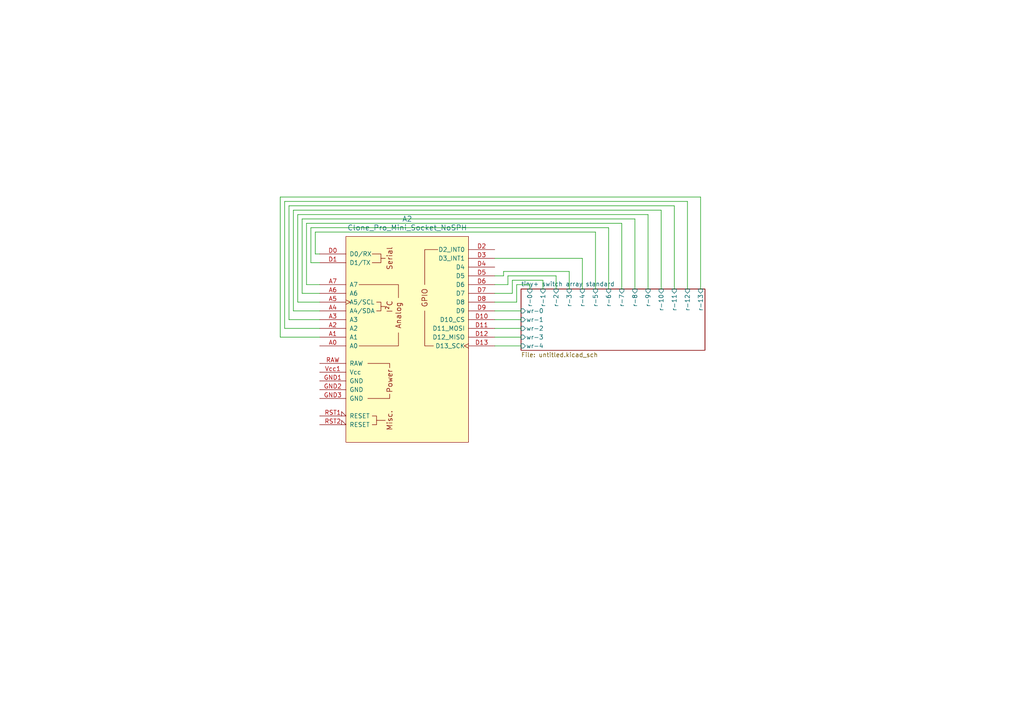
<source format=kicad_sch>
(kicad_sch (version 20250114) (generator "eeschema") (generator_version "9.0")
  (paper "A4")
  (lib_symbols
    (symbol "PCM_arduino-library:Clone_Pro_Mini_Socket_NoSPH" (pin_names (offset 1.016))
      (property "Reference" "A" (at 0 36.83 0))
      (property "Value" "Clone_Pro_Mini_Socket_NoSPH" (at 0 33.02 0))
      (symbol "Clone_Pro_Mini_Socket_NoSPH_0_0"
        (rectangle (start -17.78 30.48) (end 17.78 -29.21) (fill (type background)))
        (polyline (pts (xy -11.43 -16.51) (xy -5.08 -16.51) (xy -5.08 -15.24)))
        (polyline (pts (xy -10.16 25.4) (xy -7.62 25.4) (xy -7.62 22.86) (xy -10.16 22.86)))
        (polyline (pts (xy -8.89 11.43) (xy -7.62 11.43) (xy -7.62 8.89) (xy -8.89 8.89)))
        (polyline (pts (xy -7.62 24.13) (xy -6.35 24.13)))
        (polyline (pts (xy -7.62 10.16) (xy -6.35 10.16)))
        (polyline (pts (xy -6.35 -22.86) (xy -8.89 -22.86)))
        (polyline (pts (xy -5.08 -7.62) (xy -5.08 -6.35) (xy -11.43 -6.35)))
        (polyline (pts (xy -2.54 12.7) (xy -2.54 16.51) (xy -13.97 16.51)))
        (polyline (pts (xy -2.54 2.54) (xy -2.54 -1.27) (xy -13.97 -1.27)))
        (text "Serial" (at -5.08 24.13 900) (effects (font (size 1.524 1.524))))
        (text "I²C" (at -5.08 10.16 900) (effects (font (size 1.524 1.524))))
        (text "Power" (at -5.08 -11.43 900) (effects (font (size 1.524 1.524))))
        (text "Misc." (at -5.08 -22.86 900) (effects (font (size 1.524 1.524))))
        (text "Analog" (at -2.54 7.62 900) (effects (font (size 1.524 1.524))))
      )
      (symbol "Clone_Pro_Mini_Socket_NoSPH_0_1"
        (polyline (pts (xy -10.16 -24.13) (xy -8.89 -24.13) (xy -8.89 -21.59) (xy -10.16 -21.59)))
        (polyline (pts (xy 7.62 -1.27) (xy 5.08 -1.27) (xy 5.08 8.89)))
        (polyline (pts (xy 8.89 26.67) (xy 5.08 26.67) (xy 5.08 16.51)))
      )
      (symbol "Clone_Pro_Mini_Socket_NoSPH_1_0"
        (text "GPIO" (at 5.08 12.7 900) (effects (font (size 1.524 1.524))))
      )
      (symbol "Clone_Pro_Mini_Socket_NoSPH_1_1"
        (pin bidirectional line (at -25.4 25.4 0) (length 7.62) (name "D0/RX") (number "D0"))
        (pin bidirectional line (at -25.4 22.86 0) (length 7.62) (name "D1/TX") (number "D1"))
        (pin input line (at -25.4 16.51 0) (length 7.62) (name "A7") (number "A7"))
        (pin input line (at -25.4 13.97 0) (length 7.62) (name "A6") (number "A6"))
        (pin bidirectional clock (at -25.4 11.43 0) (length 7.62) (name "A5/SCL") (number "A5"))
        (pin bidirectional line (at -25.4 8.89 0) (length 7.62) (name "A4/SDA") (number "A4"))
        (pin bidirectional line (at -25.4 6.35 0) (length 7.62) (name "A3") (number "A3"))
        (pin bidirectional line (at -25.4 3.81 0) (length 7.62) (name "A2") (number "A2"))
        (pin bidirectional line (at -25.4 1.27 0) (length 7.62) (name "A1") (number "A1"))
        (pin bidirectional line (at -25.4 -1.27 0) (length 7.62) (name "A0") (number "A0"))
        (pin power_in line (at -25.4 -6.35 0) (length 7.62) (name "RAW") (number "RAW"))
        (pin power_in line (at -25.4 -8.89 0) (length 7.62) (name "Vcc") (number "Vcc1"))
        (pin power_in line (at -25.4 -11.43 0) (length 7.62) (name "GND") (number "GND1"))
        (pin power_in line (at -25.4 -13.97 0) (length 7.62) (name "GND") (number "GND2"))
        (pin power_in line (at -25.4 -16.51 0) (length 7.62) (name "GND") (number "GND3"))
        (pin open_collector input_low (at -25.4 -21.59 0) (length 7.62) (name "RESET") (number "RST1"))
        (pin open_collector input_low (at -25.4 -24.13 0) (length 7.62) (name "RESET") (number "RST2"))
        (pin bidirectional line (at 25.4 26.67 180) (length 7.62) (name "D2_INT0") (number "D2"))
        (pin bidirectional line (at 25.4 24.13 180) (length 7.62) (name "D3_INT1") (number "D3"))
        (pin bidirectional line (at 25.4 21.59 180) (length 7.62) (name "D4") (number "D4"))
        (pin bidirectional line (at 25.4 19.05 180) (length 7.62) (name "D5") (number "D5"))
        (pin bidirectional line (at 25.4 16.51 180) (length 7.62) (name "D6") (number "D6"))
        (pin bidirectional line (at 25.4 13.97 180) (length 7.62) (name "D7") (number "D7"))
        (pin bidirectional line (at 25.4 11.43 180) (length 7.62) (name "D8") (number "D8"))
        (pin bidirectional line (at 25.4 8.89 180) (length 7.62) (name "D9") (number "D9"))
        (pin bidirectional line (at 25.4 6.35 180) (length 7.62) (name "D10_CS") (number "D10"))
        (pin bidirectional line (at 25.4 3.81 180) (length 7.62) (name "D11_MOSI") (number "D11"))
        (pin bidirectional line (at 25.4 1.27 180) (length 7.62) (name "D12_MISO") (number "D12"))
        (pin bidirectional clock (at 25.4 -1.27 180) (length 7.62) (name "D13_SCK") (number "D13"))
      )
    )
  )
  (wire (pts (xy 147.32 82.55) (xy 143.51 82.55)))
  (wire (pts (xy 195.58 59.69) (xy 83.82 59.69)))
  (wire (pts (xy 147.32 80.01) (xy 147.32 82.55)))
  (wire (pts (xy 81.28 97.79) (xy 92.71 97.79)))
  (wire (pts (xy 191.77 83.82) (xy 191.77 60.96)))
  (wire (pts (xy 85.09 90.17) (xy 92.71 90.17)))
  (wire (pts (xy 184.15 83.82) (xy 184.15 63.5)))
  (wire (pts (xy 82.55 58.42) (xy 82.55 95.25)))
  (wire (pts (xy 148.59 85.09) (xy 143.51 85.09)))
  (wire (pts (xy 184.15 63.5) (xy 87.63 63.5)))
  (wire (pts (xy 153.67 82.55) (xy 149.86 82.55)))
  (wire (pts (xy 81.28 57.15) (xy 81.28 97.79)))
  (wire (pts (xy 168.91 74.93) (xy 143.51 74.93)))
  (wire (pts (xy 165.1 78.74) (xy 146.05 78.74)))
  (wire (pts (xy 199.39 83.82) (xy 199.39 58.42)))
  (wire (pts (xy 176.53 83.82) (xy 176.53 66.04)))
  (wire (pts (xy 172.72 83.82) (xy 172.72 67.31)))
  (wire (pts (xy 91.44 67.31) (xy 91.44 73.66)))
  (wire (pts (xy 85.09 60.96) (xy 85.09 90.17)))
  (wire (pts (xy 199.39 58.42) (xy 82.55 58.42)))
  (wire (pts (xy 161.29 80.01) (xy 147.32 80.01)))
  (wire (pts (xy 187.96 62.23) (xy 187.96 83.82)))
  (wire (pts (xy 143.51 97.79) (xy 151.13 97.79)))
  (wire (pts (xy 88.9 82.55) (xy 92.71 82.55)))
  (wire (pts (xy 172.72 67.31) (xy 91.44 67.31)))
  (wire (pts (xy 83.82 92.71) (xy 92.71 92.71)))
  (wire (pts (xy 191.77 60.96) (xy 85.09 60.96)))
  (wire (pts (xy 149.86 82.55) (xy 149.86 87.63)))
  (wire (pts (xy 161.29 80.01) (xy 161.29 83.82)))
  (wire (pts (xy 87.63 63.5) (xy 87.63 85.09)))
  (wire (pts (xy 86.36 62.23) (xy 187.96 62.23)))
  (wire (pts (xy 168.91 83.82) (xy 168.91 74.93)))
  (wire (pts (xy 90.17 76.2) (xy 92.71 76.2)))
  (wire (pts (xy 86.36 87.63) (xy 86.36 62.23)))
  (wire (pts (xy 146.05 78.74) (xy 146.05 80.01)))
  (wire (pts (xy 157.48 83.82) (xy 157.48 81.28)))
  (wire (pts (xy 153.67 83.82) (xy 153.67 82.55)))
  (wire (pts (xy 83.82 59.69) (xy 83.82 92.71)))
  (wire (pts (xy 146.05 80.01) (xy 143.51 80.01)))
  (wire (pts (xy 143.51 95.25) (xy 151.13 95.25)))
  (wire (pts (xy 157.48 81.28) (xy 148.59 81.28)))
  (wire (pts (xy 143.51 90.17) (xy 151.13 90.17)))
  (wire (pts (xy 176.53 66.04) (xy 90.17 66.04)))
  (wire (pts (xy 165.1 83.82) (xy 165.1 78.74)))
  (wire (pts (xy 148.59 81.28) (xy 148.59 85.09)))
  (wire (pts (xy 87.63 85.09) (xy 92.71 85.09)))
  (wire (pts (xy 143.51 100.33) (xy 151.13 100.33)))
  (wire (pts (xy 180.34 64.77) (xy 88.9 64.77)))
  (wire (pts (xy 195.58 83.82) (xy 195.58 59.69)))
  (wire (pts (xy 180.34 83.82) (xy 180.34 64.77)))
  (wire (pts (xy 203.2 57.15) (xy 81.28 57.15)))
  (wire (pts (xy 90.17 66.04) (xy 90.17 76.2)))
  (wire (pts (xy 91.44 73.66) (xy 92.71 73.66)))
  (wire (pts (xy 203.2 83.82) (xy 203.2 57.15)))
  (wire (pts (xy 149.86 87.63) (xy 143.51 87.63)))
  (wire (pts (xy 88.9 64.77) (xy 88.9 82.55)))
  (wire (pts (xy 143.51 92.71) (xy 151.13 92.71)))
  (wire (pts (xy 82.55 95.25) (xy 92.71 95.25)))
  (wire (pts (xy 92.71 87.63) (xy 86.36 87.63)))
  (symbol (lib_id "PCM_arduino-library:Clone_Pro_Mini_Socket_NoSPH") (at 118.11 99.06 0) (unit 1)
    (property "Reference" "A2" (at 118.11 63.5 0) (effects (font (size 1.524 1.524))))
    (property "Value" "Clone_Pro_Mini_Socket_NoSPH" (at 118.11 66.04 0) (effects (font (size 1.524 1.524))))
    (property "Footprint" "PCM_arduino-library:Clone_Pro_Mini_Socket_NoSPH" (effects (hide yes)))
    (property "Datasheet" "https://www.addicore.com/Pro-Mini-p/ad249.htm" (effects (hide yes)))
    (property "Description" "Socket for Common Unofficial Pro Mini Clone (without Programming Header Pins)" (effects (hide yes)))
  )
  (sheet (at 151.13 83.82) (size 53.34 17.78) (stroke (width 0.1524))
    (property "Sheetname" "tiny+ switch array standard" (at 151.13 83.1084 0) (effects (justify left bottom)))
    (property "Sheetfile" "untitled.kicad_sch" (at 151.13 102.1846 0) (effects (justify left top)))
    (pin "r-0" input (at 153.67 83.82 90))
    (pin "r-1" input (at 157.48 83.82 90))
    (pin "r-2" input (at 161.29 83.82 90))
    (pin "r-3" input (at 165.1 83.82 90))
    (pin "r-4" input (at 168.91 83.82 90))
    (pin "r-5" input (at 172.72 83.82 90))
    (pin "r-6" input (at 176.53 83.82 90))
    (pin "r-7" input (at 180.34 83.82 90))
    (pin "r-8" input (at 184.15 83.82 90))
    (pin "r-9" input (at 187.96 83.82 90))
    (pin "r-10" input (at 191.77 83.82 90))
    (pin "r-11" input (at 195.58 83.82 90))
    (pin "r-12" input (at 199.39 83.82 90))
    (pin "r-13" input (at 203.2 83.82 90))
    (pin "wr-0" input (at 151.13 90.17 180))
    (pin "wr-1" input (at 151.13 92.71 180))
    (pin "wr-2" input (at 151.13 95.25 180))
    (pin "wr-3" input (at 151.13 97.79 180))
    (pin "wr-4" input (at 151.13 100.33 180))
  )
)
</source>
